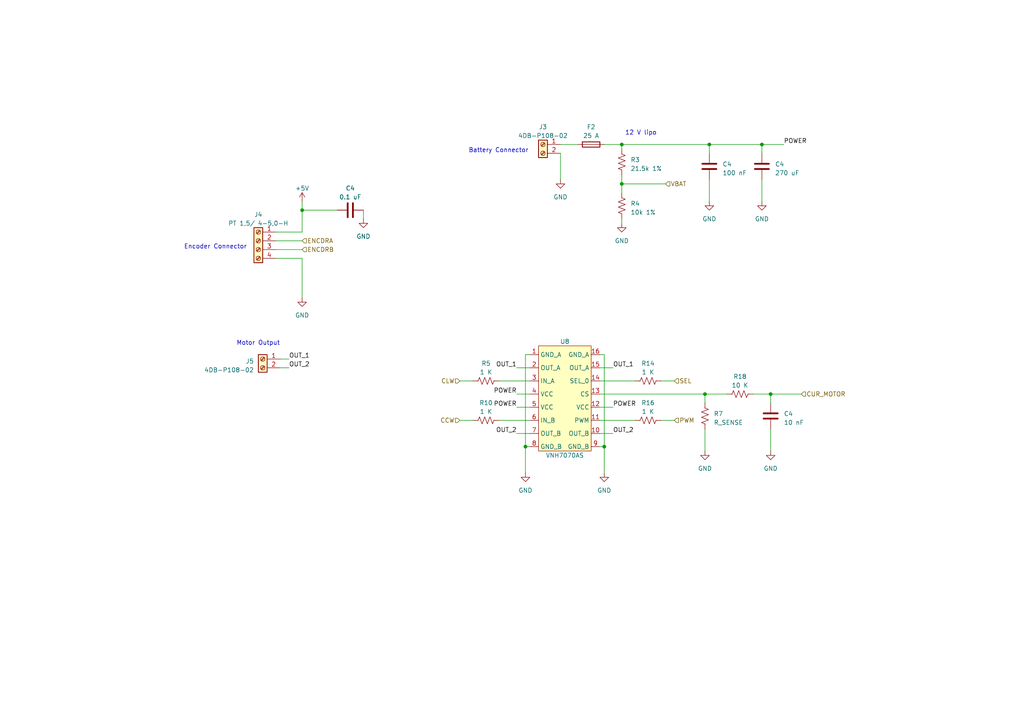
<source format=kicad_sch>
(kicad_sch (version 20230121) (generator eeschema)
  (paper "A4")
  (lib_symbols
    (symbol "Connector:Screw_Terminal_01x02" (pin_names (offset 1.016) hide)
      (property "Reference" "J" (at 0 2.54 0))
      (property "Value" "Screw_Terminal_01x02" (at 0 -5.08 0))
      (symbol "Screw_Terminal_01x02_1_1"
        (rectangle (start -1.27 1.27) (end 1.27 -3.81) (stroke (width 0.254)) (fill (type background)))
        (circle (center 0 -2.54) (radius 0.635) (stroke (width 0.1524)))
        (polyline (pts (xy -0.5334 -2.2098) (xy 0.3302 -3.048)) (stroke (width 0.1524)))
        (polyline (pts (xy -0.5334 0.3302) (xy 0.3302 -0.508)) (stroke (width 0.1524)))
        (polyline (pts (xy -0.3556 -2.032) (xy 0.508 -2.8702)) (stroke (width 0.1524)))
        (polyline (pts (xy -0.3556 0.508) (xy 0.508 -0.3302)) (stroke (width 0.1524)))
        (circle (center 0 0) (radius 0.635) (stroke (width 0.1524)))
        (pin passive line (at -5.08 0 0) (length 3.81) (name "Pin_1") (number "1"))
        (pin passive line (at -5.08 -2.54 0) (length 3.81) (name "Pin_2") (number "2"))
      )
    )
    (symbol "Connector:Screw_Terminal_01x04" (pin_names (offset 1.016) hide)
      (property "Reference" "J" (at 0 5.08 0))
      (property "Value" "Screw_Terminal_01x04" (at 0 -7.62 0))
      (symbol "Screw_Terminal_01x04_1_1"
        (rectangle (start -1.27 3.81) (end 1.27 -6.35) (stroke (width 0.254)) (fill (type background)))
        (circle (center 0 -5.08) (radius 0.635) (stroke (width 0.1524)))
        (circle (center 0 -2.54) (radius 0.635) (stroke (width 0.1524)))
        (polyline (pts (xy -0.5334 -4.7498) (xy 0.3302 -5.588)) (stroke (width 0.1524)))
        (polyline (pts (xy -0.5334 -2.2098) (xy 0.3302 -3.048)) (stroke (width 0.1524)))
        (polyline (pts (xy -0.5334 0.3302) (xy 0.3302 -0.508)) (stroke (width 0.1524)))
        (polyline (pts (xy -0.5334 2.8702) (xy 0.3302 2.032)) (stroke (width 0.1524)))
        (polyline (pts (xy -0.3556 -4.572) (xy 0.508 -5.4102)) (stroke (width 0.1524)))
        (polyline (pts (xy -0.3556 -2.032) (xy 0.508 -2.8702)) (stroke (width 0.1524)))
        (polyline (pts (xy -0.3556 0.508) (xy 0.508 -0.3302)) (stroke (width 0.1524)))
        (polyline (pts (xy -0.3556 3.048) (xy 0.508 2.2098)) (stroke (width 0.1524)))
        (circle (center 0 0) (radius 0.635) (stroke (width 0.1524)))
        (circle (center 0 2.54) (radius 0.635) (stroke (width 0.1524)))
        (pin passive line (at -5.08 2.54 0) (length 3.81) (name "Pin_1") (number "1"))
        (pin passive line (at -5.08 0 0) (length 3.81) (name "Pin_2") (number "2"))
        (pin passive line (at -5.08 -2.54 0) (length 3.81) (name "Pin_3") (number "3"))
        (pin passive line (at -5.08 -5.08 0) (length 3.81) (name "Pin_4") (number "4"))
      )
    )
    (symbol "Device:C" (pin_numbers hide) (pin_names (offset 0.254))
      (property "Reference" "C" (at 0.635 2.54 0))
      (property "Value" "C" (at 0.635 -2.54 0))
      (symbol "C_0_1"
        (polyline (pts (xy -2.032 -0.762) (xy 2.032 -0.762)) (stroke (width 0.508)))
        (polyline (pts (xy -2.032 0.762) (xy 2.032 0.762)) (stroke (width 0.508)))
      )
      (symbol "C_1_1"
        (pin passive line (at 0 3.81 270) (length 2.794) (name "~") (number "1"))
        (pin passive line (at 0 -3.81 90) (length 2.794) (name "~") (number "2"))
      )
    )
    (symbol "Device:Fuse" (pin_numbers hide) (pin_names (offset 0))
      (property "Reference" "F" (at 2.032 0 90))
      (property "Value" "Fuse" (at -1.905 0 90))
      (symbol "Fuse_0_1"
        (rectangle (start -0.762 -2.54) (end 0.762 2.54) (stroke (width 0.254)))
        (polyline (pts (xy 0 2.54) (xy 0 -2.54)))
      )
      (symbol "Fuse_1_1"
        (pin passive line (at 0 3.81 270) (length 1.27) (name "~") (number "1"))
        (pin passive line (at 0 -3.81 90) (length 1.27) (name "~") (number "2"))
      )
    )
    (symbol "Device:R_US" (pin_numbers hide) (pin_names (offset 0))
      (property "Reference" "R" (at 2.54 0 90))
      (property "Value" "R_US" (at -2.54 0 90))
      (symbol "R_US_0_1"
        (polyline (pts (xy 0 -2.286) (xy 0 -2.54)))
        (polyline (pts (xy 0 2.286) (xy 0 2.54)))
        (polyline (pts (xy 0 -0.762) (xy 1.016 -1.143) (xy 0 -1.524) (xy -1.016 -1.905) (xy 0 -2.286)))
        (polyline (pts (xy 0 0.762) (xy 1.016 0.381) (xy 0 0) (xy -1.016 -0.381) (xy 0 -0.762)))
        (polyline (pts (xy 0 2.286) (xy 1.016 1.905) (xy 0 1.524) (xy -1.016 1.143) (xy 0 0.762)))
      )
      (symbol "R_US_1_1"
        (pin passive line (at 0 3.81 270) (length 1.27) (name "~") (number "1"))
        (pin passive line (at 0 -3.81 90) (length 1.27) (name "~") (number "2"))
      )
    )
    (symbol "TVCA_symbols:VNH7070AS"
      (property "Reference" "U" (at 0 16.51 0))
      (symbol "VNH7070AS_1_1"
        (rectangle (start -7.62 15.24) (end 7.62 -15.24) (fill (type background)))
        (pin passive line (at -10.16 12.7 0) (length 2.54) (name "GND_A") (number "1"))
        (pin power_out line (at 10.16 -10.16 180) (length 2.54) (name "OUT_B") (number "10"))
        (pin input line (at 10.16 -6.35 180) (length 2.54) (name "PWM") (number "11"))
        (pin power_in line (at 10.16 -2.54 180) (length 2.54) (name "VCC") (number "12"))
        (pin output line (at 10.16 1.27 180) (length 2.54) (name "CS") (number "13"))
        (pin input line (at 10.16 5.08 180) (length 2.54) (name "SEL_0") (number "14"))
        (pin power_out line (at 10.16 8.89 180) (length 2.54) (name "OUT_A") (number "15"))
        (pin passive line (at 10.16 12.7 180) (length 2.54) (name "GND_A") (number "16"))
        (pin power_out line (at -10.16 8.89 0) (length 2.54) (name "OUT_A") (number "2"))
        (pin input line (at -10.16 5.08 0) (length 2.54) (name "IN_A") (number "3"))
        (pin power_in line (at -10.16 1.27 0) (length 2.54) (name "VCC") (number "4"))
        (pin power_in line (at -10.16 -2.54 0) (length 2.54) (name "VCC") (number "5"))
        (pin input line (at -10.16 -6.35 0) (length 2.54) (name "IN_B") (number "6"))
        (pin power_out line (at -10.16 -10.16 0) (length 2.54) (name "OUT_B") (number "7"))
        (pin passive line (at -10.16 -13.97 0) (length 2.54) (name "GND_B") (number "8"))
        (pin passive line (at 10.16 -13.97 180) (length 2.54) (name "GND_B") (number "9"))
      )
    )
    (symbol "power:+5V" (power) (pin_names (offset 0))
      (property "Value" "+5V" (at 0 3.556 0))
      (symbol "+5V_0_1"
        (polyline (pts (xy -0.762 1.27) (xy 0 2.54)))
        (polyline (pts (xy 0 0) (xy 0 2.54)))
        (polyline (pts (xy 0 2.54) (xy 0.762 1.27)))
      )
      (symbol "+5V_1_1"
        (pin power_in line (at 0 0 90) (length 0) hide (name "+5V") (number "1"))
      )
    )
    (symbol "power:GND" (power) (pin_names (offset 0))
      (property "Value" "GND" (at 0 -3.81 0))
      (symbol "GND_0_1"
        (polyline (pts (xy 0 0) (xy 0 -1.27) (xy 1.27 -1.27) (xy 0 -2.54) (xy -1.27 -1.27) (xy 0 -1.27)))
      )
      (symbol "GND_1_1"
        (pin power_in line (at 0 0 270) (length 0) hide (name "GND") (number "1"))
      )
    )
  )
  (junction (at 220.98 41.91))
  (junction (at 204.47 114.3))
  (junction (at 87.63 60.96))
  (junction (at 175.26 129.54))
  (junction (at 223.52 114.3))
  (junction (at 180.34 53.34))
  (junction (at 180.34 41.91))
  (junction (at 205.74 41.91))
  (junction (at 152.4 129.54))
  (wire (pts (xy 180.34 50.8) (xy 180.34 53.34)))
  (wire (pts (xy 133.35 121.92) (xy 137.16 121.92)))
  (wire (pts (xy 223.52 114.3) (xy 232.41 114.3)))
  (wire (pts (xy 173.99 129.54) (xy 175.26 129.54)))
  (wire (pts (xy 173.99 102.87) (xy 175.26 102.87)))
  (wire (pts (xy 173.99 110.49) (xy 184.15 110.49)))
  (wire (pts (xy 175.26 102.87) (xy 175.26 129.54)))
  (wire (pts (xy 162.56 44.45) (xy 162.56 52.07)))
  (wire (pts (xy 144.78 110.49) (xy 153.67 110.49)))
  (wire (pts (xy 133.35 110.49) (xy 137.16 110.49)))
  (wire (pts (xy 80.01 74.93) (xy 87.63 74.93)))
  (wire (pts (xy 220.98 41.91) (xy 220.98 44.45)))
  (wire (pts (xy 180.34 63.5) (xy 180.34 64.77)))
  (wire (pts (xy 210.82 114.3) (xy 204.47 114.3)))
  (wire (pts (xy 180.34 41.91) (xy 180.34 43.18)))
  (wire (pts (xy 83.82 106.68) (xy 81.28 106.68)))
  (wire (pts (xy 173.99 106.68) (xy 177.8 106.68)))
  (wire (pts (xy 87.63 58.42) (xy 87.63 60.96)))
  (wire (pts (xy 175.26 41.91) (xy 180.34 41.91)))
  (wire (pts (xy 205.74 52.07) (xy 205.74 58.42)))
  (wire (pts (xy 167.64 41.91) (xy 162.56 41.91)))
  (wire (pts (xy 153.67 118.11) (xy 149.86 118.11)))
  (wire (pts (xy 87.63 60.96) (xy 97.79 60.96)))
  (wire (pts (xy 180.34 41.91) (xy 205.74 41.91)))
  (wire (pts (xy 204.47 114.3) (xy 204.47 116.84)))
  (wire (pts (xy 173.99 118.11) (xy 177.8 118.11)))
  (wire (pts (xy 87.63 60.96) (xy 87.63 67.31)))
  (wire (pts (xy 204.47 114.3) (xy 173.99 114.3)))
  (wire (pts (xy 223.52 124.46) (xy 223.52 130.81)))
  (wire (pts (xy 80.01 67.31) (xy 87.63 67.31)))
  (wire (pts (xy 205.74 41.91) (xy 205.74 44.45)))
  (wire (pts (xy 220.98 52.07) (xy 220.98 58.42)))
  (wire (pts (xy 204.47 130.81) (xy 204.47 124.46)))
  (wire (pts (xy 80.01 69.85) (xy 87.63 69.85)))
  (wire (pts (xy 218.44 114.3) (xy 223.52 114.3)))
  (wire (pts (xy 87.63 74.93) (xy 87.63 86.36)))
  (wire (pts (xy 191.77 110.49) (xy 195.58 110.49)))
  (wire (pts (xy 220.98 41.91) (xy 227.33 41.91)))
  (wire (pts (xy 153.67 114.3) (xy 149.86 114.3)))
  (wire (pts (xy 173.99 125.73) (xy 177.8 125.73)))
  (wire (pts (xy 180.34 53.34) (xy 193.04 53.34)))
  (wire (pts (xy 195.58 121.92) (xy 191.77 121.92)))
  (wire (pts (xy 144.78 121.92) (xy 153.67 121.92)))
  (wire (pts (xy 105.41 60.96) (xy 105.41 63.5)))
  (wire (pts (xy 152.4 102.87) (xy 152.4 129.54)))
  (wire (pts (xy 180.34 53.34) (xy 180.34 55.88)))
  (wire (pts (xy 184.15 121.92) (xy 173.99 121.92)))
  (wire (pts (xy 175.26 129.54) (xy 175.26 137.16)))
  (wire (pts (xy 152.4 129.54) (xy 153.67 129.54)))
  (wire (pts (xy 223.52 114.3) (xy 223.52 116.84)))
  (wire (pts (xy 205.74 41.91) (xy 220.98 41.91)))
  (wire (pts (xy 149.86 106.68) (xy 153.67 106.68)))
  (wire (pts (xy 153.67 102.87) (xy 152.4 102.87)))
  (wire (pts (xy 83.82 104.14) (xy 81.28 104.14)))
  (wire (pts (xy 80.01 72.39) (xy 87.63 72.39)))
  (wire (pts (xy 152.4 129.54) (xy 152.4 137.16)))
  (wire (pts (xy 149.86 125.73) (xy 153.67 125.73)))
  (text "Encoder Connector\n" (at 53.34 72.39 0) (effects (font (size 1.27 1.27)) (justify left bottom)))
  (text "Battery Connector\n" (at 135.89 44.45 0) (effects (font (size 1.27 1.27)) (justify left bottom)))
  (text "12 V lipo" (at 190.5 39.37 0) (effects (font (size 1.27 1.27)) (justify right bottom)))
  (text "Motor Output\n" (at 68.58 100.33 0) (effects (font (size 1.27 1.27)) (justify left bottom)))
  (label "OUT_1" (at 83.82 104.14 0))
  (label "POWER" (at 149.86 118.11 180))
  (label "POWER" (at 227.33 41.91 0))
  (label "OUT_2" (at 83.82 106.68 0))
  (label "OUT_2" (at 149.86 125.73 180))
  (label "POWER" (at 177.8 118.11 0))
  (label "POWER" (at 149.86 114.3 180))
  (label "OUT_1" (at 177.8 106.68 0))
  (label "OUT_1" (at 149.86 106.68 180))
  (label "OUT_2" (at 177.8 125.73 0))
  (hierarchical_label "VBAT" (shape input) (at 193.04 53.34 0))
  (hierarchical_label "ENCDRB" (shape input) (at 87.63 72.39 0))
  (hierarchical_label "CCW" (shape input) (at 133.35 121.92 180))
  (hierarchical_label "ENCDRA" (shape input) (at 87.63 69.85 0))
  (hierarchical_label "CLW" (shape input) (at 133.35 110.49 180))
  (hierarchical_label "SEL" (shape input) (at 195.58 110.49 0))
  (hierarchical_label "PWM" (shape input) (at 195.58 121.92 0))
  (hierarchical_label "CUR_MOTOR" (shape input) (at 232.41 114.3 0))
  (symbol (lib_id "Device:R_US") (at 214.63 114.3 270) (unit 1)
    (property "Reference" "R18" (at 214.63 109.22 90))
    (property "Value" "10 K" (at 214.63 111.76 90))
    (property "Footprint" "Resistor_SMD:R_0805_2012Metric_Pad1.20x1.40mm_HandSolder" (effects hide))
    (instances (project "tvca_controller" (path "" (reference "R18") (unit 1)) (path "" (reference "R19") (unit 1))))
  )
  (symbol (lib_id "power:GND") (at 204.47 130.81 0) (unit 1)
    (property "Reference" "#PWR021" (effects hide))
    (property "Value" "GND" (at 204.47 135.89 0))
    (instances (project "tvca_controller" (path "" (reference "#PWR021") (unit 1)) (path "" (reference "#PWR022") (unit 1))))
  )
  (symbol (lib_id "Device:R_US") (at 180.34 46.99 0) (unit 1)
    (property "Reference" "R3" (at 182.88 46.355 0) (effects (justify left)))
    (property "Value" "21.5k 1%" (at 182.88 48.895 0) (effects (justify left)))
    (property "Footprint" "Resistor_SMD:R_0805_2012Metric_Pad1.20x1.40mm_HandSolder" (effects hide))
    (instances (project "tvca_controller" (path "" (reference "R3") (unit 1)) (path "" (reference "R3") (unit 1)) (path "" (reference "R12") (unit 1))))
  )
  (symbol (lib_id "power:GND") (at 162.56 52.07 0) (mirror y) (unit 1)
    (property "Reference" "#PWR016" (effects hide))
    (property "Value" "GND" (at 162.56 57.15 0))
    (instances (project "tvca_controller" (path "" (reference "#PWR016") (unit 1)) (path "" (reference "#PWR016") (unit 1)) (path "" (reference "#PWR037") (unit 1))))
  )
  (symbol (lib_id "power:GND") (at 105.41 63.5 0) (unit 1)
    (property "Reference" "#PWR07" (effects hide))
    (property "Value" "GND" (at 105.41 68.58 0))
    (instances (project "tvca_controller" (path "" (reference "#PWR07") (unit 1)) (path "" (reference "#PWR031") (unit 1)) (path "" (reference "#PWR032") (unit 1))))
  )
  (symbol (lib_id "power:GND") (at 220.98 58.42 0) (unit 1)
    (property "Reference" "#PWR030" (effects hide))
    (property "Value" "GND" (at 220.98 63.5 0))
    (instances (project "tvca_controller" (path "" (reference "#PWR030") (unit 1)) (path "" (reference "#PWR029") (unit 1))))
  )
  (symbol (lib_id "Connector:Screw_Terminal_01x02") (at 157.48 41.91 0) (mirror y) (unit 1)
    (property "Reference" "J3" (at 157.48 36.83 0))
    (property "Value" "4DB-P108-02" (at 157.48 39.37 0))
    (property "Footprint" "canhw_footprints:TE_2-1437667-4" (effects hide))
    (instances (project "tvca_controller" (path "" (reference "J3") (unit 1)) (path "" (reference "J3") (unit 1)) (path "" (reference "J9") (unit 1))))
  )
  (symbol (lib_id "power:+5V") (at 87.63 58.42 0) (mirror y) (unit 1)
    (property "Reference" "#PWR019" (effects hide))
    (property "Value" "+5V" (at 87.63 54.61 0))
    (instances (project "tvca_controller" (path "" (reference "#PWR019") (unit 1)) (path "" (reference "#PWR026") (unit 1))))
  )
  (symbol (lib_id "Device:C") (at 205.74 48.26 0) (unit 1)
    (property "Reference" "C4" (at 209.55 47.625 0) (effects (justify left)))
    (property "Value" "100 nF" (at 209.55 50.165 0) (effects (justify left)))
    (property "Footprint" "Capacitor_SMD:C_0805_2012Metric_Pad1.18x1.45mm_HandSolder" (effects hide))
    (instances (project "tvca_controller" (path "" (reference "C4") (unit 1)) (path "" (reference "C8") (unit 1)) (path "" (reference "C9") (unit 1))))
  )
  (symbol (lib_id "power:GND") (at 152.4 137.16 0) (unit 1)
    (property "Reference" "#PWR039" (effects hide))
    (property "Value" "GND" (at 152.4 142.24 0))
    (instances (project "tvca_controller" (path "" (reference "#PWR039") (unit 1)) (path "" (reference "#PWR040") (unit 1))))
  )
  (symbol (lib_id "power:GND") (at 87.63 86.36 0) (mirror y) (unit 1)
    (property "Reference" "#PWR020" (effects hide))
    (property "Value" "GND" (at 87.63 91.44 0))
    (instances (project "tvca_controller" (path "" (reference "#PWR020") (unit 1)) (path "" (reference "#PWR027") (unit 1))))
  )
  (symbol (lib_id "Device:R_US") (at 187.96 121.92 270) (unit 1)
    (property "Reference" "R16" (at 187.96 116.84 90))
    (property "Value" "1 K" (at 187.96 119.38 90))
    (property "Footprint" "Resistor_SMD:R_0805_2012Metric_Pad1.20x1.40mm_HandSolder" (effects hide))
    (instances (project "tvca_controller" (path "" (reference "R16") (unit 1)) (path "" (reference "R17") (unit 1))))
  )
  (symbol (lib_id "Device:R_US") (at 187.96 110.49 270) (unit 1)
    (property "Reference" "R14" (at 187.96 105.41 90))
    (property "Value" "1 K" (at 187.96 107.95 90))
    (property "Footprint" "Resistor_SMD:R_0805_2012Metric_Pad1.20x1.40mm_HandSolder" (effects hide))
    (instances (project "tvca_controller" (path "" (reference "R14") (unit 1)) (path "" (reference "R15") (unit 1))))
  )
  (symbol (lib_id "Device:R_US") (at 204.47 120.65 0) (unit 1)
    (property "Reference" "R7" (at 207.01 120.015 0) (effects (justify left)))
    (property "Value" "R_SENSE" (at 207.01 122.555 0) (effects (justify left)))
    (property "Footprint" "Resistor_SMD:R_0805_2012Metric_Pad1.20x1.40mm_HandSolder" (effects hide))
    (instances (project "tvca_controller" (path "" (reference "R7") (unit 1)) (path "" (reference "R8") (unit 1))))
  )
  (symbol (lib_id "Connector:Screw_Terminal_01x02") (at 76.2 104.14 0) (mirror y) (unit 1)
    (property "Reference" "J5" (at 73.66 104.775 0) (effects (justify left)))
    (property "Value" "4DB-P108-02" (at 73.66 107.315 0) (effects (justify left)))
    (property "Footprint" "canhw_footprints:TE_2-1437667-4" (effects hide))
    (instances (project "tvca_controller" (path "" (reference "J5") (unit 1)) (path "" (reference "J7") (unit 1))))
  )
  (symbol (lib_id "Device:C") (at 223.52 120.65 0) (unit 1)
    (property "Reference" "C4" (at 227.33 120.015 0) (effects (justify left)))
    (property "Value" "10 nF" (at 227.33 122.555 0) (effects (justify left)))
    (property "Footprint" "Capacitor_SMD:C_0805_2012Metric_Pad1.18x1.45mm_HandSolder" (effects hide))
    (instances (project "tvca_controller" (path "" (reference "C4") (unit 1)) (path "" (reference "C6") (unit 1)) (path "" (reference "C7") (unit 1))))
  )
  (symbol (lib_id "Device:C") (at 220.98 48.26 0) (unit 1)
    (property "Reference" "C4" (at 224.79 47.625 0) (effects (justify left)))
    (property "Value" "270 uF" (at 224.79 50.165 0) (effects (justify left)))
    (property "Footprint" "Capacitor_THT:CP_Radial_D12.5mm_P5.00mm" (effects hide))
    (instances (project "tvca_controller" (path "" (reference "C4") (unit 1)) (path "" (reference "C10") (unit 1)) (path "" (reference "C11") (unit 1))))
  )
  (symbol (lib_id "power:GND") (at 205.74 58.42 0) (unit 1)
    (property "Reference" "#PWR028" (effects hide))
    (property "Value" "GND" (at 205.74 63.5 0))
    (instances (project "tvca_controller" (path "" (reference "#PWR028") (unit 1)) (path "" (reference "#PWR025") (unit 1))))
  )
  (symbol (lib_id "Connector:Screw_Terminal_01x04") (at 74.93 69.85 0) (mirror y) (unit 1)
    (property "Reference" "J4" (at 74.93 62.23 0))
    (property "Value" "PT 1,5/ 4-5,0-H" (at 74.93 64.77 0))
    (property "Footprint" "TerminalBlock_Phoenix:TerminalBlock_Phoenix_PT-1,5-4-5.0-H_1x04_P5.00mm_Horizontal" (effects hide))
    (instances (project "tvca_controller" (path "" (reference "J4") (unit 1)) (path "" (reference "J6") (unit 1))))
  )
  (symbol (lib_id "TVCA_symbols:VNH7070AS") (at 163.83 115.57 0) (unit 1)
    (property "Reference" "U8" (at 163.83 99.06 0))
    (property "Value" "VNH7070AS" (at 163.83 132.08 0))
    (property "Footprint" "Package_SO:SO-16_3.9x9.9mm_P1.27mm" (effects hide))
    (instances (project "tvca_controller" (path "" (reference "U8") (unit 1)) (path "" (reference "U9") (unit 1))))
  )
  (symbol (lib_id "Device:C") (at 101.6 60.96 90) (unit 1)
    (property "Reference" "C4" (at 101.6 54.61 90))
    (property "Value" "0.1 uF" (at 101.6 57.15 90))
    (property "Footprint" "Capacitor_SMD:C_0805_2012Metric_Pad1.18x1.45mm_HandSolder" (effects hide))
    (instances (project "tvca_controller" (path "" (reference "C4") (unit 1)) (path "" (reference "C12") (unit 1)) (path "" (reference "C13") (unit 1))))
  )
  (symbol (lib_id "Device:R_US") (at 140.97 110.49 270) (unit 1)
    (property "Reference" "R5" (at 140.97 105.41 90))
    (property "Value" "1 K" (at 140.97 107.95 90))
    (property "Footprint" "Resistor_SMD:R_0805_2012Metric_Pad1.20x1.40mm_HandSolder" (effects hide))
    (instances (project "tvca_controller" (path "" (reference "R5") (unit 1)) (path "" (reference "R6") (unit 1))))
  )
  (symbol (lib_id "Device:Fuse") (at 171.45 41.91 90) (mirror x) (unit 1)
    (property "Reference" "F2" (at 171.45 36.83 90))
    (property "Value" "25 A" (at 171.45 39.37 90))
    (property "Footprint" "canhw_footprints:Fuseholder_36-3557-15-ND" (effects hide))
    (property "Datasheet" "https://www.keyelco.com/userAssets/file/M65p41.pdf" (effects hide))
    (instances (project "tvca_controller" (path "" (reference "F2") (unit 1)) (path "" (reference "F2") (unit 1)) (path "" (reference "F4") (unit 1))))
  )
  (symbol (lib_id "power:GND") (at 223.52 130.81 0) (unit 1)
    (property "Reference" "#PWR024" (effects hide))
    (property "Value" "GND" (at 223.52 135.89 0))
    (instances (project "tvca_controller" (path "" (reference "#PWR024") (unit 1)) (path "" (reference "#PWR023") (unit 1))))
  )
  (symbol (lib_id "Device:R_US") (at 140.97 121.92 270) (unit 1)
    (property "Reference" "R10" (at 140.97 116.84 90))
    (property "Value" "1 K" (at 140.97 119.38 90))
    (property "Footprint" "Resistor_SMD:R_0805_2012Metric_Pad1.20x1.40mm_HandSolder" (effects hide))
    (instances (project "tvca_controller" (path "" (reference "R10") (unit 1)) (path "" (reference "R11") (unit 1))))
  )
  (symbol (lib_id "power:GND") (at 180.34 64.77 0) (unit 1)
    (property "Reference" "#PWR017" (effects hide))
    (property "Value" "GND" (at 180.34 69.85 0))
    (instances (project "tvca_controller" (path "" (reference "#PWR017") (unit 1)) (path "" (reference "#PWR017") (unit 1)) (path "" (reference "#PWR038") (unit 1))))
  )
  (symbol (lib_id "Device:R_US") (at 180.34 59.69 0) (unit 1)
    (property "Reference" "R4" (at 182.88 59.055 0) (effects (justify left)))
    (property "Value" "10k 1%" (at 182.88 61.595 0) (effects (justify left)))
    (property "Footprint" "Resistor_SMD:R_0805_2012Metric_Pad1.20x1.40mm_HandSolder" (effects hide))
    (instances (project "tvca_controller" (path "" (reference "R4") (unit 1)) (path "" (reference "R4") (unit 1)) (path "" (reference "R13") (unit 1))))
  )
  (symbol (lib_id "power:GND") (at 175.26 137.16 0) (unit 1)
    (property "Reference" "#PWR033" (effects hide))
    (property "Value" "GND" (at 175.26 142.24 0))
    (instances (project "tvca_controller" (path "" (reference "#PWR033") (unit 1)) (path "" (reference "#PWR034") (unit 1))))
  )
)
</source>
